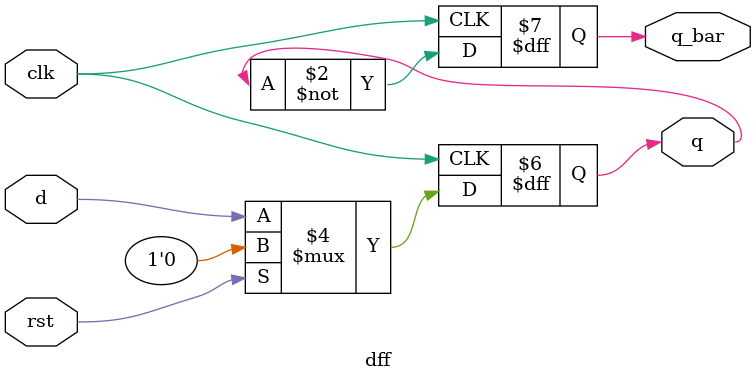
<source format=v>
`timescale 1ns / 1ps


module dff(
input d, clk, rst,
    output reg q, q_bar
);

    always @(posedge clk)
     begin
        if (rst) 
        begin
            q <= 0;
        end 
        else 
        begin
            q <= d;
        end
    

     q_bar = ~q;
end




endmodule

</source>
